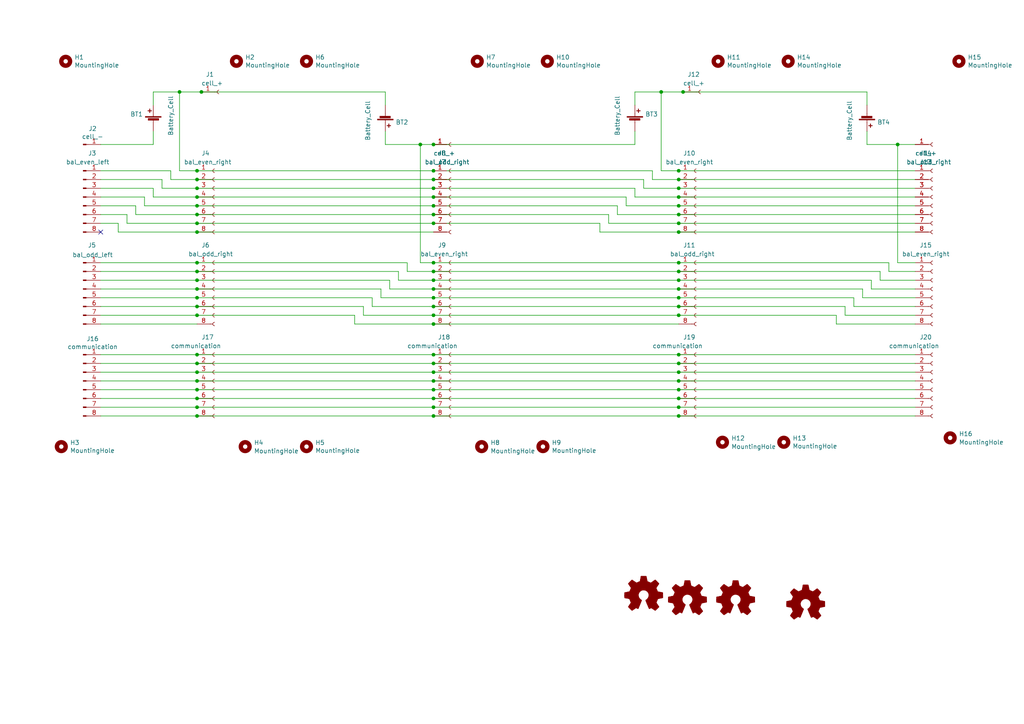
<source format=kicad_sch>
(kicad_sch (version 20230121) (generator eeschema)
  (paper "A4")
  (lib_symbols
    (symbol "Connector:Conn_01x01_Pin" (pin_names (offset 1.016) hide)
      (property "Reference" "J" (at 0 2.54 0))
      (property "Value" "Conn_01x01_Pin" (at 0 -2.54 0))
      (symbol "Conn_01x01_Pin_1_1"
        (polyline (pts (xy 1.27 0) (xy 0.8636 0)) (stroke (width 0.1524)))
        (rectangle (start 0.8636 0.127) (end 0 -0.127) (stroke (width 0.1524)) (fill (type outline)))
        (pin passive line (at 5.08 0 180) (length 3.81) (name "Pin_1") (number "1"))
      )
    )
    (symbol "Connector:Conn_01x01_Socket" (pin_names (offset 1.016) hide)
      (property "Reference" "J" (at 0 2.54 0))
      (property "Value" "Conn_01x01_Socket" (at 0 -2.54 0))
      (symbol "Conn_01x01_Socket_1_1"
        (polyline (pts (xy -1.27 0) (xy -0.508 0)) (stroke (width 0.1524)))
        (arc (start 0 0.508) (mid -0.5058 0) (end 0 -0.508) (stroke (width 0.1524)))
        (pin passive line (at -5.08 0 0) (length 3.81) (name "Pin_1") (number "1"))
      )
    )
    (symbol "Connector:Conn_01x08_Pin" (pin_names (offset 1.016) hide)
      (property "Reference" "J" (at 0 10.16 0))
      (property "Value" "Conn_01x08_Pin" (at 0 -12.7 0))
      (symbol "Conn_01x08_Pin_1_1"
        (polyline (pts (xy 1.27 -10.16) (xy 0.8636 -10.16)) (stroke (width 0.1524)))
        (polyline (pts (xy 1.27 -7.62) (xy 0.8636 -7.62)) (stroke (width 0.1524)))
        (polyline (pts (xy 1.27 -5.08) (xy 0.8636 -5.08)) (stroke (width 0.1524)))
        (polyline (pts (xy 1.27 -2.54) (xy 0.8636 -2.54)) (stroke (width 0.1524)))
        (polyline (pts (xy 1.27 0) (xy 0.8636 0)) (stroke (width 0.1524)))
        (polyline (pts (xy 1.27 2.54) (xy 0.8636 2.54)) (stroke (width 0.1524)))
        (polyline (pts (xy 1.27 5.08) (xy 0.8636 5.08)) (stroke (width 0.1524)))
        (polyline (pts (xy 1.27 7.62) (xy 0.8636 7.62)) (stroke (width 0.1524)))
        (rectangle (start 0.8636 -10.033) (end 0 -10.287) (stroke (width 0.1524)) (fill (type outline)))
        (rectangle (start 0.8636 -7.493) (end 0 -7.747) (stroke (width 0.1524)) (fill (type outline)))
        (rectangle (start 0.8636 -4.953) (end 0 -5.207) (stroke (width 0.1524)) (fill (type outline)))
        (rectangle (start 0.8636 -2.413) (end 0 -2.667) (stroke (width 0.1524)) (fill (type outline)))
        (rectangle (start 0.8636 0.127) (end 0 -0.127) (stroke (width 0.1524)) (fill (type outline)))
        (rectangle (start 0.8636 2.667) (end 0 2.413) (stroke (width 0.1524)) (fill (type outline)))
        (rectangle (start 0.8636 5.207) (end 0 4.953) (stroke (width 0.1524)) (fill (type outline)))
        (rectangle (start 0.8636 7.747) (end 0 7.493) (stroke (width 0.1524)) (fill (type outline)))
        (pin passive line (at 5.08 7.62 180) (length 3.81) (name "Pin_1") (number "1"))
        (pin passive line (at 5.08 5.08 180) (length 3.81) (name "Pin_2") (number "2"))
        (pin passive line (at 5.08 2.54 180) (length 3.81) (name "Pin_3") (number "3"))
        (pin passive line (at 5.08 0 180) (length 3.81) (name "Pin_4") (number "4"))
        (pin passive line (at 5.08 -2.54 180) (length 3.81) (name "Pin_5") (number "5"))
        (pin passive line (at 5.08 -5.08 180) (length 3.81) (name "Pin_6") (number "6"))
        (pin passive line (at 5.08 -7.62 180) (length 3.81) (name "Pin_7") (number "7"))
        (pin passive line (at 5.08 -10.16 180) (length 3.81) (name "Pin_8") (number "8"))
      )
    )
    (symbol "Connector:Conn_01x08_Socket" (pin_names (offset 1.016) hide)
      (property "Reference" "J" (at 0 10.16 0))
      (property "Value" "Conn_01x08_Socket" (at 0 -12.7 0))
      (symbol "Conn_01x08_Socket_1_1"
        (arc (start 0 -9.652) (mid -0.5058 -10.16) (end 0 -10.668) (stroke (width 0.1524)))
        (arc (start 0 -7.112) (mid -0.5058 -7.62) (end 0 -8.128) (stroke (width 0.1524)))
        (arc (start 0 -4.572) (mid -0.5058 -5.08) (end 0 -5.588) (stroke (width 0.1524)))
        (arc (start 0 -2.032) (mid -0.5058 -2.54) (end 0 -3.048) (stroke (width 0.1524)))
        (polyline (pts (xy -1.27 -10.16) (xy -0.508 -10.16)) (stroke (width 0.1524)))
        (polyline (pts (xy -1.27 -7.62) (xy -0.508 -7.62)) (stroke (width 0.1524)))
        (polyline (pts (xy -1.27 -5.08) (xy -0.508 -5.08)) (stroke (width 0.1524)))
        (polyline (pts (xy -1.27 -2.54) (xy -0.508 -2.54)) (stroke (width 0.1524)))
        (polyline (pts (xy -1.27 0) (xy -0.508 0)) (stroke (width 0.1524)))
        (polyline (pts (xy -1.27 2.54) (xy -0.508 2.54)) (stroke (width 0.1524)))
        (polyline (pts (xy -1.27 5.08) (xy -0.508 5.08)) (stroke (width 0.1524)))
        (polyline (pts (xy -1.27 7.62) (xy -0.508 7.62)) (stroke (width 0.1524)))
        (arc (start 0 0.508) (mid -0.5058 0) (end 0 -0.508) (stroke (width 0.1524)))
        (arc (start 0 3.048) (mid -0.5058 2.54) (end 0 2.032) (stroke (width 0.1524)))
        (arc (start 0 5.588) (mid -0.5058 5.08) (end 0 4.572) (stroke (width 0.1524)))
        (arc (start 0 8.128) (mid -0.5058 7.62) (end 0 7.112) (stroke (width 0.1524)))
        (pin passive line (at -5.08 7.62 0) (length 3.81) (name "Pin_1") (number "1"))
        (pin passive line (at -5.08 5.08 0) (length 3.81) (name "Pin_2") (number "2"))
        (pin passive line (at -5.08 2.54 0) (length 3.81) (name "Pin_3") (number "3"))
        (pin passive line (at -5.08 0 0) (length 3.81) (name "Pin_4") (number "4"))
        (pin passive line (at -5.08 -2.54 0) (length 3.81) (name "Pin_5") (number "5"))
        (pin passive line (at -5.08 -5.08 0) (length 3.81) (name "Pin_6") (number "6"))
        (pin passive line (at -5.08 -7.62 0) (length 3.81) (name "Pin_7") (number "7"))
        (pin passive line (at -5.08 -10.16 0) (length 3.81) (name "Pin_8") (number "8"))
      )
    )
    (symbol "Device:Battery_Cell" (pin_numbers hide) (pin_names (offset 0) hide)
      (property "Reference" "BT" (at 2.54 2.54 0))
      (property "Value" "Battery_Cell" (at 2.54 0 0))
      (symbol "Battery_Cell_0_1"
        (rectangle (start -2.286 1.778) (end 2.286 1.524) (fill (type outline)))
        (rectangle (start -1.5748 1.1938) (end 1.4732 0.6858) (fill (type outline)))
        (polyline (pts (xy 0 0.762) (xy 0 0)))
        (polyline (pts (xy 0 1.778) (xy 0 2.54)))
        (polyline (pts (xy 0.508 3.429) (xy 1.524 3.429)) (stroke (width 0.254)))
        (polyline (pts (xy 1.016 3.937) (xy 1.016 2.921)) (stroke (width 0.254)))
      )
      (symbol "Battery_Cell_1_1"
        (pin passive line (at 0 5.08 270) (length 2.54) (name "+") (number "1"))
        (pin passive line (at 0 -2.54 90) (length 2.54) (name "-") (number "2"))
      )
    )
    (symbol "Graphic:Logo_Open_Hardware_Small" (in_bom no) (on_board no)
      (symbol "Logo_Open_Hardware_Small_0_1"
        (polyline (pts (xy 3.3528 -4.3434) (xy 3.302 -4.318) (xy 3.175 -4.2418) (xy 2.9972 -4.1148) (xy 2.7686 -3.9624) (xy 2.54 -3.81) (xy 2.3622 -3.7084) (xy 2.2352 -3.6068) (xy 2.1844 -3.5814) (xy 2.159 -3.6068) (xy 2.0574 -3.6576) (xy 1.905 -3.7338) (xy 1.8034 -3.7846) (xy 1.6764 -3.8354) (xy 1.6002 -3.8354) (xy 1.6002 -3.8354) (xy 1.5494 -3.7338) (xy 1.4732 -3.5306) (xy 1.3462 -3.302) (xy 1.2446 -3.0226) (xy 1.1176 -2.7178) (xy 0.9652 -2.413) (xy 0.8636 -2.1082) (xy 0.7366 -1.8288) (xy 0.6604 -1.6256) (xy 0.6096 -1.4732) (xy 0.5842 -1.397) (xy 0.5842 -1.397) (xy 0.6604 -1.3208) (xy 0.7874 -1.2446) (xy 1.0414 -1.016) (xy 1.2954 -0.6858) (xy 1.4478 -0.3302) (xy 1.524 0.0762) (xy 1.4732 0.4572) (xy 1.3208 0.8128) (xy 1.0668 1.143) (xy 0.762 1.3716) (xy 0.4064 1.524) (xy 0 1.5748) (xy -0.381 1.5494) (xy -0.7366 1.397) (xy -1.0668 1.143) (xy -1.2192 0.9906) (xy -1.397 0.6604) (xy -1.524 0.3048) (xy -1.524 0.2286) (xy -1.4986 -0.1778) (xy -1.397 -0.5334) (xy -1.1938 -0.8636) (xy -0.9144 -1.143) (xy -0.8636 -1.1684) (xy -0.7366 -1.27) (xy -0.635 -1.3462) (xy -0.5842 -1.397) (xy -1.0668 -2.5908) (xy -1.143 -2.794) (xy -1.2954 -3.1242) (xy -1.397 -3.4036) (xy -1.4986 -3.6322) (xy -1.5748 -3.7846) (xy -1.6002 -3.8354) (xy -1.6002 -3.8354) (xy -1.651 -3.8354) (xy -1.7272 -3.81) (xy -1.905 -3.7338) (xy -2.0066 -3.683) (xy -2.1336 -3.6068) (xy -2.2098 -3.5814) (xy -2.2606 -3.6068) (xy -2.3622 -3.683) (xy -2.54 -3.81) (xy -2.7686 -3.9624) (xy -2.9718 -4.0894) (xy -3.1496 -4.2164) (xy -3.302 -4.318) (xy -3.3528 -4.3434) (xy -3.3782 -4.3434) (xy -3.429 -4.318) (xy -3.5306 -4.2164) (xy -3.7084 -4.064) (xy -3.937 -3.8354) (xy -3.9624 -3.81) (xy -4.1656 -3.6068) (xy -4.318 -3.4544) (xy -4.4196 -3.3274) (xy -4.445 -3.2766) (xy -4.445 -3.2766) (xy -4.4196 -3.2258) (xy -4.318 -3.0734) (xy -4.2164 -2.8956) (xy -4.064 -2.667) (xy -3.6576 -2.0828) (xy -3.8862 -1.5494) (xy -3.937 -1.3716) (xy -4.0386 -1.1684) (xy -4.0894 -1.0414) (xy -4.1148 -0.9652) (xy -4.191 -0.9398) (xy -4.318 -0.9144) (xy -4.5466 -0.8636) (xy -4.8006 -0.8128) (xy -5.0546 -0.7874) (xy -5.2578 -0.7366) (xy -5.4356 -0.7112) (xy -5.5118 -0.6858) (xy -5.5118 -0.6858) (xy -5.5372 -0.635) (xy -5.5372 -0.5588) (xy -5.5372 -0.4318) (xy -5.5626 -0.2286) (xy -5.5626 0.0762) (xy -5.5626 0.127) (xy -5.5372 0.4064) (xy -5.5372 0.635) (xy -5.5372 0.762) (xy -5.5372 0.8382) (xy -5.5372 0.8382) (xy -5.461 0.8382) (xy -5.3086 0.889) (xy -5.08 0.9144) (xy -4.826 0.9652) (xy -4.8006 0.9906) (xy -4.5466 1.0414) (xy -4.318 1.0668) (xy -4.1656 1.1176) (xy -4.0894 1.143) (xy -4.0894 1.143) (xy -4.0386 1.2446) (xy -3.9624 1.4224) (xy -3.8608 1.6256) (xy -3.7846 1.8288) (xy -3.7084 2.0066) (xy -3.6576 2.159) (xy -3.6322 2.2098) (xy -3.6322 2.2098) (xy -3.683 2.286) (xy -3.7592 2.413) (xy -3.8862 2.5908) (xy -4.064 2.8194) (xy -4.064 2.8448) (xy -4.2164 3.0734) (xy -4.3434 3.2512) (xy -4.4196 3.3782) (xy -4.445 3.4544) (xy -4.445 3.4544) (xy -4.3942 3.5052) (xy -4.2926 3.6322) (xy -4.1148 3.81) (xy -3.937 4.0132) (xy -3.8608 4.064) (xy -3.6576 4.2926) (xy -3.5052 4.4196) (xy -3.4036 4.4958) (xy -3.3528 4.5212) (xy -3.3528 4.5212) (xy -3.302 4.4704) (xy -3.1496 4.3688) (xy -2.9718 4.2418) (xy -2.7432 4.0894) (xy -2.7178 4.0894) (xy -2.4892 3.937) (xy -2.3114 3.81) (xy -2.1844 3.7084) (xy -2.1336 3.683) (xy -2.1082 3.683) (xy -2.032 3.7084) (xy -1.8542 3.7592) (xy -1.6764 3.8354) (xy -1.4732 3.937) (xy -1.27 4.0132) (xy -1.143 4.064) (xy -1.0668 4.1148) (xy -1.0668 4.1148) (xy -1.0414 4.191) (xy -1.016 4.3434) (xy -0.9652 4.572) (xy -0.9144 4.8514) (xy -0.889 4.9022) (xy -0.8382 5.1562) (xy -0.8128 5.3848) (xy -0.7874 5.5372) (xy -0.762 5.588) (xy -0.7112 5.6134) (xy -0.5842 5.6134) (xy -0.4064 5.6134) (xy -0.1524 5.6134) (xy 0.0762 5.6134) (xy 0.3302 5.6134) (xy 0.5334 5.6134) (xy 0.6858 5.588) (xy 0.7366 5.588) (xy 0.7366 5.588) (xy 0.762 5.5118) (xy 0.8128 5.334) (xy 0.8382 5.1054) (xy 0.9144 4.826) (xy 0.9144 4.7752) (xy 0.9652 4.5212) (xy 1.016 4.2926) (xy 1.0414 4.1402) (xy 1.0668 4.0894) (xy 1.0668 4.0894) (xy 1.1938 4.0386) (xy 1.3716 3.9624) (xy 1.5748 3.8608) (xy 2.0828 3.6576) (xy 2.7178 4.0894) (xy 2.7686 4.1402) (xy 2.9972 4.2926) (xy 3.175 4.4196) (xy 3.302 4.4958) (xy 3.3782 4.5212) (xy 3.3782 4.5212) (xy 3.429 4.4704) (xy 3.556 4.3434) (xy 3.7338 4.191) (xy 3.9116 3.9878) (xy 4.064 3.8354) (xy 4.2418 3.6576) (xy 4.3434 3.556) (xy 4.4196 3.4798) (xy 4.4196 3.429) (xy 4.4196 3.4036) (xy 4.3942 3.3274) (xy 4.2926 3.2004) (xy 4.1656 2.9972) (xy 4.0132 2.794) (xy 3.8862 2.5908) (xy 3.7592 2.3876) (xy 3.6576 2.2352) (xy 3.6322 2.159) (xy 3.6322 2.1336) (xy 3.683 2.0066) (xy 3.7592 1.8288) (xy 3.8608 1.6002) (xy 4.064 1.1176) (xy 4.3942 1.0414) (xy 4.5974 1.016) (xy 4.8768 0.9652) (xy 5.1308 0.9144) (xy 5.5372 0.8382) (xy 5.5626 -0.6604) (xy 5.4864 -0.6858) (xy 5.4356 -0.6858) (xy 5.2832 -0.7366) (xy 5.0546 -0.762) (xy 4.8006 -0.8128) (xy 4.5974 -0.8636) (xy 4.3688 -0.9144) (xy 4.2164 -0.9398) (xy 4.1402 -0.9398) (xy 4.1148 -0.9652) (xy 4.064 -1.0668) (xy 3.9878 -1.2446) (xy 3.9116 -1.4478) (xy 3.81 -1.651) (xy 3.7338 -1.8542) (xy 3.683 -2.0066) (xy 3.6576 -2.0828) (xy 3.683 -2.1336) (xy 3.7846 -2.2606) (xy 3.8862 -2.4638) (xy 4.0386 -2.667) (xy 4.191 -2.8956) (xy 4.318 -3.0734) (xy 4.3942 -3.2004) (xy 4.445 -3.2766) (xy 4.4196 -3.3274) (xy 4.3434 -3.429) (xy 4.1656 -3.5814) (xy 3.937 -3.8354) (xy 3.8862 -3.8608) (xy 3.683 -4.064) (xy 3.5306 -4.2164) (xy 3.4036 -4.318) (xy 3.3528 -4.3434)) (fill (type outline)))
      )
    )
    (symbol "Mechanical:MountingHole" (pin_names (offset 1.016))
      (property "Reference" "H" (at 0 5.08 0))
      (property "Value" "MountingHole" (at 0 3.175 0))
      (symbol "MountingHole_0_1"
        (circle (center 0 0) (radius 1.27) (stroke (width 1.27)))
      )
    )
  )
  (junction (at 196.85 67.31))
  (junction (at 57.15 57.15))
  (junction (at 125.73 59.69))
  (junction (at 125.73 120.65))
  (junction (at 57.15 59.69))
  (junction (at 57.15 86.36))
  (junction (at 125.73 62.23))
  (junction (at 125.73 52.07))
  (junction (at 57.15 110.49))
  (junction (at 57.15 107.95))
  (junction (at 196.85 81.28))
  (junction (at 196.85 59.69))
  (junction (at 121.92 41.91))
  (junction (at 196.85 118.11))
  (junction (at 57.15 91.44))
  (junction (at 125.73 64.77))
  (junction (at 196.85 91.44))
  (junction (at 196.85 86.36))
  (junction (at 125.73 41.91))
  (junction (at 125.73 115.57))
  (junction (at 125.73 54.61))
  (junction (at 125.73 102.87))
  (junction (at 125.73 88.9))
  (junction (at 196.85 62.23))
  (junction (at 196.85 115.57))
  (junction (at 57.15 67.31))
  (junction (at 196.85 110.49))
  (junction (at 196.85 64.77))
  (junction (at 57.15 54.61))
  (junction (at 196.85 54.61))
  (junction (at 125.73 113.03))
  (junction (at 125.73 105.41))
  (junction (at 196.85 107.95))
  (junction (at 57.15 62.23))
  (junction (at 125.73 57.15))
  (junction (at 125.73 76.2))
  (junction (at 125.73 110.49))
  (junction (at 57.15 118.11))
  (junction (at 125.73 91.44))
  (junction (at 196.85 57.15))
  (junction (at 125.73 118.11))
  (junction (at 196.85 83.82))
  (junction (at 198.12 26.67))
  (junction (at 57.15 81.28))
  (junction (at 125.73 78.74))
  (junction (at 196.85 52.07))
  (junction (at 125.73 93.98))
  (junction (at 196.85 76.2))
  (junction (at 125.73 49.53))
  (junction (at 196.85 78.74))
  (junction (at 57.15 88.9))
  (junction (at 196.85 120.65))
  (junction (at 57.15 105.41))
  (junction (at 260.35 41.91))
  (junction (at 196.85 88.9))
  (junction (at 57.15 83.82))
  (junction (at 125.73 107.95))
  (junction (at 57.15 49.53))
  (junction (at 196.85 113.03))
  (junction (at 191.77 26.67))
  (junction (at 57.15 113.03))
  (junction (at 57.15 102.87))
  (junction (at 57.15 120.65))
  (junction (at 196.85 49.53))
  (junction (at 57.15 78.74))
  (junction (at 57.15 52.07))
  (junction (at 196.85 105.41))
  (junction (at 57.15 115.57))
  (junction (at 52.07 26.67))
  (junction (at 125.73 83.82))
  (junction (at 196.85 102.87))
  (junction (at 125.73 81.28))
  (junction (at 58.42 26.67))
  (junction (at 57.15 64.77))
  (junction (at 125.73 86.36))
  (junction (at 57.15 76.2))
  (no_connect (at 29.21 67.31))
  (wire (pts (xy 118.11 78.74) (xy 125.73 78.74)))
  (wire (pts (xy 196.85 110.49) (xy 125.73 110.49)))
  (wire (pts (xy 265.43 115.57) (xy 196.85 115.57)))
  (wire (pts (xy 186.69 54.61) (xy 196.85 54.61)))
  (wire (pts (xy 29.21 83.82) (xy 57.15 83.82)))
  (wire (pts (xy 198.12 26.67) (xy 251.46 26.67)))
  (wire (pts (xy 44.45 41.91) (xy 44.45 38.1)))
  (wire (pts (xy 111.76 38.1) (xy 111.76 41.91)))
  (wire (pts (xy 115.57 81.28) (xy 125.73 81.28)))
  (wire (pts (xy 57.15 115.57) (xy 29.21 115.57)))
  (wire (pts (xy 29.21 102.87) (xy 57.15 102.87)))
  (wire (pts (xy 49.53 52.07) (xy 57.15 52.07)))
  (wire (pts (xy 176.53 62.23) (xy 176.53 64.77)))
  (wire (pts (xy 111.76 41.91) (xy 121.92 41.91)))
  (wire (pts (xy 125.73 62.23) (xy 176.53 62.23)))
  (wire (pts (xy 110.49 83.82) (xy 110.49 86.36)))
  (wire (pts (xy 196.85 57.15) (xy 265.43 57.15)))
  (wire (pts (xy 125.73 49.53) (xy 189.23 49.53)))
  (wire (pts (xy 196.85 115.57) (xy 125.73 115.57)))
  (wire (pts (xy 196.85 113.03) (xy 265.43 113.03)))
  (wire (pts (xy 196.85 105.41) (xy 125.73 105.41)))
  (wire (pts (xy 121.92 41.91) (xy 125.73 41.91)))
  (wire (pts (xy 125.73 81.28) (xy 196.85 81.28)))
  (wire (pts (xy 29.21 76.2) (xy 57.15 76.2)))
  (wire (pts (xy 29.21 86.36) (xy 57.15 86.36)))
  (wire (pts (xy 41.91 57.15) (xy 41.91 59.69)))
  (wire (pts (xy 29.21 64.77) (xy 34.29 64.77)))
  (wire (pts (xy 115.57 78.74) (xy 115.57 81.28)))
  (wire (pts (xy 191.77 26.67) (xy 198.12 26.67)))
  (wire (pts (xy 196.85 67.31) (xy 265.43 67.31)))
  (wire (pts (xy 58.42 26.67) (xy 111.76 26.67)))
  (wire (pts (xy 57.15 86.36) (xy 107.95 86.36)))
  (wire (pts (xy 179.07 62.23) (xy 196.85 62.23)))
  (wire (pts (xy 102.87 93.98) (xy 125.73 93.98)))
  (wire (pts (xy 196.85 59.69) (xy 265.43 59.69)))
  (wire (pts (xy 57.15 113.03) (xy 125.73 113.03)))
  (wire (pts (xy 29.21 93.98) (xy 57.15 93.98)))
  (wire (pts (xy 125.73 76.2) (xy 121.92 76.2)))
  (wire (pts (xy 57.15 102.87) (xy 125.73 102.87)))
  (wire (pts (xy 196.85 52.07) (xy 265.43 52.07)))
  (wire (pts (xy 260.35 41.91) (xy 265.43 41.91)))
  (wire (pts (xy 125.73 110.49) (xy 57.15 110.49)))
  (wire (pts (xy 29.21 118.11) (xy 57.15 118.11)))
  (wire (pts (xy 29.21 78.74) (xy 57.15 78.74)))
  (wire (pts (xy 44.45 57.15) (xy 57.15 57.15)))
  (wire (pts (xy 110.49 86.36) (xy 125.73 86.36)))
  (wire (pts (xy 186.69 52.07) (xy 186.69 54.61)))
  (wire (pts (xy 118.11 76.2) (xy 118.11 78.74)))
  (wire (pts (xy 105.41 91.44) (xy 125.73 91.44)))
  (wire (pts (xy 49.53 49.53) (xy 49.53 52.07)))
  (wire (pts (xy 36.83 64.77) (xy 57.15 64.77)))
  (wire (pts (xy 265.43 110.49) (xy 196.85 110.49)))
  (wire (pts (xy 125.73 120.65) (xy 57.15 120.65)))
  (wire (pts (xy 34.29 67.31) (xy 57.15 67.31)))
  (wire (pts (xy 257.81 78.74) (xy 265.43 78.74)))
  (wire (pts (xy 247.65 86.36) (xy 247.65 88.9)))
  (wire (pts (xy 125.73 91.44) (xy 196.85 91.44)))
  (wire (pts (xy 265.43 105.41) (xy 196.85 105.41)))
  (wire (pts (xy 196.85 54.61) (xy 265.43 54.61)))
  (wire (pts (xy 250.19 86.36) (xy 265.43 86.36)))
  (wire (pts (xy 181.61 57.15) (xy 181.61 59.69)))
  (wire (pts (xy 196.85 91.44) (xy 242.57 91.44)))
  (wire (pts (xy 29.21 57.15) (xy 41.91 57.15)))
  (wire (pts (xy 29.21 49.53) (xy 49.53 49.53)))
  (wire (pts (xy 29.21 41.91) (xy 44.45 41.91)))
  (wire (pts (xy 57.15 83.82) (xy 110.49 83.82)))
  (wire (pts (xy 105.41 88.9) (xy 105.41 91.44)))
  (wire (pts (xy 252.73 83.82) (xy 265.43 83.82)))
  (wire (pts (xy 36.83 62.23) (xy 36.83 64.77)))
  (wire (pts (xy 250.19 83.82) (xy 250.19 86.36)))
  (wire (pts (xy 29.21 88.9) (xy 57.15 88.9)))
  (wire (pts (xy 255.27 78.74) (xy 255.27 81.28)))
  (wire (pts (xy 57.15 81.28) (xy 113.03 81.28)))
  (wire (pts (xy 57.15 120.65) (xy 29.21 120.65)))
  (wire (pts (xy 52.07 49.53) (xy 52.07 26.67)))
  (wire (pts (xy 184.15 41.91) (xy 184.15 38.1)))
  (wire (pts (xy 125.73 88.9) (xy 196.85 88.9)))
  (wire (pts (xy 102.87 91.44) (xy 102.87 93.98)))
  (wire (pts (xy 39.37 59.69) (xy 39.37 62.23)))
  (wire (pts (xy 125.73 118.11) (xy 196.85 118.11)))
  (wire (pts (xy 57.15 54.61) (xy 125.73 54.61)))
  (wire (pts (xy 57.15 118.11) (xy 125.73 118.11)))
  (wire (pts (xy 196.85 49.53) (xy 265.43 49.53)))
  (wire (pts (xy 125.73 93.98) (xy 196.85 93.98)))
  (wire (pts (xy 196.85 86.36) (xy 247.65 86.36)))
  (wire (pts (xy 125.73 78.74) (xy 196.85 78.74)))
  (wire (pts (xy 44.45 30.48) (xy 44.45 26.67)))
  (wire (pts (xy 57.15 57.15) (xy 125.73 57.15)))
  (wire (pts (xy 196.85 118.11) (xy 265.43 118.11)))
  (wire (pts (xy 255.27 81.28) (xy 265.43 81.28)))
  (wire (pts (xy 251.46 26.67) (xy 251.46 30.48)))
  (wire (pts (xy 46.99 52.07) (xy 46.99 54.61)))
  (wire (pts (xy 196.85 120.65) (xy 125.73 120.65)))
  (wire (pts (xy 29.21 81.28) (xy 57.15 81.28)))
  (wire (pts (xy 196.85 102.87) (xy 265.43 102.87)))
  (wire (pts (xy 57.15 110.49) (xy 29.21 110.49)))
  (wire (pts (xy 242.57 91.44) (xy 242.57 93.98)))
  (wire (pts (xy 125.73 107.95) (xy 196.85 107.95)))
  (wire (pts (xy 44.45 26.67) (xy 52.07 26.67)))
  (wire (pts (xy 179.07 59.69) (xy 179.07 62.23)))
  (wire (pts (xy 260.35 76.2) (xy 260.35 41.91)))
  (wire (pts (xy 52.07 49.53) (xy 57.15 49.53)))
  (wire (pts (xy 125.73 54.61) (xy 184.15 54.61)))
  (wire (pts (xy 29.21 107.95) (xy 57.15 107.95)))
  (wire (pts (xy 57.15 64.77) (xy 125.73 64.77)))
  (wire (pts (xy 196.85 81.28) (xy 252.73 81.28)))
  (wire (pts (xy 57.15 91.44) (xy 102.87 91.44)))
  (wire (pts (xy 125.73 41.91) (xy 184.15 41.91)))
  (wire (pts (xy 181.61 59.69) (xy 196.85 59.69)))
  (wire (pts (xy 125.73 105.41) (xy 57.15 105.41)))
  (wire (pts (xy 191.77 49.53) (xy 191.77 26.67)))
  (wire (pts (xy 57.15 62.23) (xy 125.73 62.23)))
  (wire (pts (xy 245.11 88.9) (xy 245.11 91.44)))
  (wire (pts (xy 57.15 59.69) (xy 125.73 59.69)))
  (wire (pts (xy 191.77 49.53) (xy 196.85 49.53)))
  (wire (pts (xy 125.73 115.57) (xy 57.15 115.57)))
  (wire (pts (xy 125.73 59.69) (xy 179.07 59.69)))
  (wire (pts (xy 196.85 88.9) (xy 245.11 88.9)))
  (wire (pts (xy 196.85 83.82) (xy 250.19 83.82)))
  (wire (pts (xy 113.03 81.28) (xy 113.03 83.82)))
  (wire (pts (xy 257.81 76.2) (xy 257.81 78.74)))
  (wire (pts (xy 196.85 64.77) (xy 265.43 64.77)))
  (wire (pts (xy 265.43 76.2) (xy 260.35 76.2)))
  (wire (pts (xy 107.95 86.36) (xy 107.95 88.9)))
  (wire (pts (xy 57.15 105.41) (xy 29.21 105.41)))
  (wire (pts (xy 247.65 88.9) (xy 265.43 88.9)))
  (wire (pts (xy 111.76 26.67) (xy 111.76 30.48)))
  (wire (pts (xy 29.21 59.69) (xy 39.37 59.69)))
  (wire (pts (xy 29.21 52.07) (xy 46.99 52.07)))
  (wire (pts (xy 196.85 107.95) (xy 265.43 107.95)))
  (wire (pts (xy 184.15 57.15) (xy 196.85 57.15)))
  (wire (pts (xy 184.15 54.61) (xy 184.15 57.15)))
  (wire (pts (xy 44.45 54.61) (xy 44.45 57.15)))
  (wire (pts (xy 29.21 91.44) (xy 57.15 91.44)))
  (wire (pts (xy 125.73 83.82) (xy 196.85 83.82)))
  (wire (pts (xy 125.73 113.03) (xy 196.85 113.03)))
  (wire (pts (xy 196.85 76.2) (xy 257.81 76.2)))
  (wire (pts (xy 265.43 120.65) (xy 196.85 120.65)))
  (wire (pts (xy 125.73 76.2) (xy 196.85 76.2)))
  (wire (pts (xy 29.21 113.03) (xy 57.15 113.03)))
  (wire (pts (xy 176.53 64.77) (xy 196.85 64.77)))
  (wire (pts (xy 41.91 59.69) (xy 57.15 59.69)))
  (wire (pts (xy 39.37 62.23) (xy 57.15 62.23)))
  (wire (pts (xy 173.99 64.77) (xy 173.99 67.31)))
  (wire (pts (xy 29.21 54.61) (xy 44.45 54.61)))
  (wire (pts (xy 107.95 88.9) (xy 125.73 88.9)))
  (wire (pts (xy 57.15 76.2) (xy 118.11 76.2)))
  (wire (pts (xy 260.35 41.91) (xy 251.46 41.91)))
  (wire (pts (xy 57.15 107.95) (xy 125.73 107.95)))
  (wire (pts (xy 251.46 38.1) (xy 251.46 41.91)))
  (wire (pts (xy 46.99 54.61) (xy 57.15 54.61)))
  (wire (pts (xy 121.92 76.2) (xy 121.92 41.91)))
  (wire (pts (xy 242.57 93.98) (xy 265.43 93.98)))
  (wire (pts (xy 189.23 52.07) (xy 196.85 52.07)))
  (wire (pts (xy 34.29 64.77) (xy 34.29 67.31)))
  (wire (pts (xy 57.15 78.74) (xy 115.57 78.74)))
  (wire (pts (xy 57.15 67.31) (xy 125.73 67.31)))
  (wire (pts (xy 245.11 91.44) (xy 265.43 91.44)))
  (wire (pts (xy 173.99 67.31) (xy 196.85 67.31)))
  (wire (pts (xy 184.15 30.48) (xy 184.15 26.67)))
  (wire (pts (xy 57.15 88.9) (xy 105.41 88.9)))
  (wire (pts (xy 57.15 49.53) (xy 125.73 49.53)))
  (wire (pts (xy 125.73 57.15) (xy 181.61 57.15)))
  (wire (pts (xy 125.73 102.87) (xy 196.85 102.87)))
  (wire (pts (xy 29.21 62.23) (xy 36.83 62.23)))
  (wire (pts (xy 125.73 86.36) (xy 196.85 86.36)))
  (wire (pts (xy 52.07 26.67) (xy 58.42 26.67)))
  (wire (pts (xy 57.15 52.07) (xy 125.73 52.07)))
  (wire (pts (xy 125.73 64.77) (xy 173.99 64.77)))
  (wire (pts (xy 196.85 62.23) (xy 265.43 62.23)))
  (wire (pts (xy 125.73 52.07) (xy 186.69 52.07)))
  (wire (pts (xy 252.73 81.28) (xy 252.73 83.82)))
  (wire (pts (xy 184.15 26.67) (xy 191.77 26.67)))
  (wire (pts (xy 196.85 78.74) (xy 255.27 78.74)))
  (wire (pts (xy 113.03 83.82) (xy 125.73 83.82)))
  (wire (pts (xy 189.23 49.53) (xy 189.23 52.07)))
  (symbol (lib_id "Connector:Conn_01x08_Socket") (at 62.23 57.15 0) (unit 1)
    (property "Reference" "J4" (at 58.42 44.45 0) (effects (justify left)))
    (property "Value" "bal_even_right" (at 53.34 46.99 0) (effects (justify left)))
    (property "Footprint" "telec:Castellated_1x08_P2.54mm" (effects hide))
  )
  (symbol (lib_id "Connector:Conn_01x08_Pin") (at 24.13 57.15 0) (unit 1)
    (property "Reference" "J3" (at 27.94 44.45 0) (effects (justify right)))
    (property "Value" "bal_even_left" (at 31.75 46.99 0) (effects (justify right)))
    (property "Footprint" "telec:Castellated_1x08_P2.54mm" (effects hide))
  )
  (symbol (lib_id "Connector:Conn_01x08_Socket") (at 62.23 83.82 0) (unit 1)
    (property "Reference" "J6" (at 58.42 71.12 0) (effects (justify left)))
    (property "Value" "bal_odd_right" (at 54.61 73.66 0) (effects (justify left)))
    (property "Footprint" "telec:Castellated_1x08_P2.54mm" (effects hide))
  )
  (symbol (lib_id "Connector:Conn_01x08_Pin") (at 24.13 83.82 0) (unit 1)
    (property "Reference" "J5" (at 26.67 71.12 0))
    (property "Value" "bal_odd_left" (at 26.8732 73.914 0))
    (property "Footprint" "telec:Castellated_1x08_P2.54mm" (effects hide))
  )
  (symbol (lib_id "Connector:Conn_01x01_Socket") (at 63.5 26.67 0) (unit 1)
    (property "Reference" "J1" (at 59.69 21.59 0) (effects (justify left)))
    (property "Value" "cell_+" (at 58.42 24.13 0) (effects (justify left)))
    (property "Footprint" "telec:Castellated_1x01_P5.08mm_Triple" (effects hide))
  )
  (symbol (lib_id "Connector:Conn_01x01_Pin") (at 24.13 41.91 0) (unit 1)
    (property "Reference" "J2" (at 26.8732 37.3126 0))
    (property "Value" "cell_-" (at 26.8732 39.624 0))
    (property "Footprint" "telec:Castellated_1x01_P5.08mm_Double" (effects hide))
  )
  (symbol (lib_id "Mechanical:MountingHole") (at 19.05 17.78 0) (unit 1)
    (property "Reference" "H1" (at 21.59 16.6116 0) (effects (justify left)))
    (property "Value" "MountingHole" (at 21.59 18.923 0) (effects (justify left)))
    (property "Footprint" "MountingHole:MountingHole_2mm" (effects hide))
  )
  (symbol (lib_id "Mechanical:MountingHole") (at 68.58 17.78 0) (unit 1)
    (property "Reference" "H2" (at 71.12 16.6116 0) (effects (justify left)))
    (property "Value" "MountingHole" (at 71.12 18.923 0) (effects (justify left)))
    (property "Footprint" "MountingHole:MountingHole_2mm" (effects hide))
  )
  (symbol (lib_id "Mechanical:MountingHole") (at 17.78 129.54 0) (unit 1)
    (property "Reference" "H3" (at 20.32 128.3716 0) (effects (justify left)))
    (property "Value" "MountingHole" (at 20.32 130.683 0) (effects (justify left)))
    (property "Footprint" "MountingHole:MountingHole_2mm" (effects hide))
  )
  (symbol (lib_id "Mechanical:MountingHole") (at 71.12 129.54 0) (unit 1)
    (property "Reference" "H4" (at 73.66 128.3716 0) (effects (justify left)))
    (property "Value" "MountingHole" (at 73.66 130.81 0) (effects (justify left)))
    (property "Footprint" "MountingHole:MountingHole_2mm" (effects hide))
  )
  (symbol (lib_id "Device:Battery_Cell") (at 111.76 33.02 0) (mirror x) (unit 1)
    (property "Reference" "BT2" (at 114.7572 35.4584 0) (effects (justify left)))
    (property "Value" "Battery_Cell" (at 106.68 29.21 90) (effects (justify left)))
    (property "Footprint" "telec:Cell_18650" (effects hide))
  )
  (symbol (lib_id "Connector:Conn_01x08_Socket") (at 130.81 83.82 0) (unit 1)
    (property "Reference" "J9" (at 127 71.12 0) (effects (justify left)))
    (property "Value" "bal_even_right" (at 121.92 73.66 0) (effects (justify left)))
    (property "Footprint" "telec:Castellated_1x08_P2.54mm" (effects hide))
  )
  (symbol (lib_id "Connector:Conn_01x08_Socket") (at 130.81 57.15 0) (unit 1)
    (property "Reference" "J8" (at 127 44.45 0) (effects (justify left)))
    (property "Value" "bal_odd_right" (at 123.19 46.99 0) (effects (justify left)))
    (property "Footprint" "telec:Castellated_1x08_P2.54mm" (effects hide))
  )
  (symbol (lib_id "Connector:Conn_01x01_Socket") (at 130.81 41.91 0) (mirror x) (unit 1)
    (property "Reference" "J7" (at 127 46.99 0) (effects (justify left)))
    (property "Value" "cell_+" (at 125.73 44.45 0) (effects (justify left)))
    (property "Footprint" "telec:Castellated_1x01_P5.08mm_Triple" (effects hide))
  )
  (symbol (lib_id "Mechanical:MountingHole") (at 88.9 17.78 0) (unit 1)
    (property "Reference" "H6" (at 91.44 16.6116 0) (effects (justify left)))
    (property "Value" "MountingHole" (at 91.44 18.923 0) (effects (justify left)))
    (property "Footprint" "MountingHole:MountingHole_2mm" (effects hide))
  )
  (symbol (lib_id "Mechanical:MountingHole") (at 138.43 17.78 0) (unit 1)
    (property "Reference" "H7" (at 140.97 16.6116 0) (effects (justify left)))
    (property "Value" "MountingHole" (at 140.97 18.923 0) (effects (justify left)))
    (property "Footprint" "MountingHole:MountingHole_2mm" (effects hide))
  )
  (symbol (lib_id "Mechanical:MountingHole") (at 88.9 129.54 0) (unit 1)
    (property "Reference" "H5" (at 91.44 128.3716 0) (effects (justify left)))
    (property "Value" "MountingHole" (at 91.44 130.683 0) (effects (justify left)))
    (property "Footprint" "MountingHole:MountingHole_2mm" (effects hide))
  )
  (symbol (lib_id "Mechanical:MountingHole") (at 139.7 129.54 0) (unit 1)
    (property "Reference" "H8" (at 142.24 128.3716 0) (effects (justify left)))
    (property "Value" "MountingHole" (at 142.24 130.81 0) (effects (justify left)))
    (property "Footprint" "MountingHole:MountingHole_2mm" (effects hide))
  )
  (symbol (lib_id "Connector:Conn_01x08_Pin") (at 24.13 110.49 0) (unit 1)
    (property "Reference" "J16" (at 26.8732 98.2726 0))
    (property "Value" "communication" (at 26.8732 100.584 0))
    (property "Footprint" "telec:DualSide_2x05_P1.27mm_Vertical_SMD" (effects hide))
  )
  (symbol (lib_id "Connector:Conn_01x08_Socket") (at 62.23 110.49 0) (unit 1)
    (property "Reference" "J17" (at 58.42 97.79 0) (effects (justify left)))
    (property "Value" "communication" (at 49.53 100.33 0) (effects (justify left)))
    (property "Footprint" "telec:DualSide_2x05_P1.27mm_Vertical_SMD" (effects hide))
  )
  (symbol (lib_id "Connector:Conn_01x08_Socket") (at 130.81 110.49 0) (unit 1)
    (property "Reference" "J18" (at 127 97.79 0) (effects (justify left)))
    (property "Value" "communication" (at 118.11 100.33 0) (effects (justify left)))
    (property "Footprint" "telec:DualSide_2x05_P1.27mm_Vertical_SMD" (effects hide))
  )
  (symbol (lib_id "Connector:Conn_01x08_Socket") (at 201.93 110.49 0) (unit 1)
    (property "Reference" "J19" (at 198.12 97.79 0) (effects (justify left)))
    (property "Value" "communication" (at 189.23 100.33 0) (effects (justify left)))
    (property "Footprint" "telec:DualSide_2x05_P1.27mm_Vertical_SMD" (effects hide))
  )
  (symbol (lib_id "Connector:Conn_01x08_Socket") (at 270.51 110.49 0) (unit 1)
    (property "Reference" "J20" (at 266.7 97.79 0) (effects (justify left)))
    (property "Value" "communication" (at 257.81 100.33 0) (effects (justify left)))
    (property "Footprint" "telec:DualSide_2x05_P1.27mm_Vertical_SMD" (effects hide))
  )
  (symbol (lib_id "Device:Battery_Cell") (at 184.15 35.56 0) (unit 1)
    (property "Reference" "BT3" (at 187.1472 33.1216 0) (effects (justify left)))
    (property "Value" "Battery_Cell" (at 179.07 39.37 90) (effects (justify left)))
    (property "Footprint" "telec:Cell_18650" (effects hide))
  )
  (symbol (lib_id "Connector:Conn_01x08_Socket") (at 201.93 57.15 0) (unit 1)
    (property "Reference" "J10" (at 198.12 44.45 0) (effects (justify left)))
    (property "Value" "bal_even_right" (at 193.04 46.99 0) (effects (justify left)))
    (property "Footprint" "telec:Castellated_1x08_P2.54mm" (effects hide))
  )
  (symbol (lib_id "Connector:Conn_01x01_Socket") (at 203.2 26.67 0) (unit 1)
    (property "Reference" "J12" (at 199.39 21.59 0) (effects (justify left)))
    (property "Value" "cell_+" (at 198.12 24.13 0) (effects (justify left)))
    (property "Footprint" "telec:Castellated_1x01_P5.08mm_Triple" (effects hide))
  )
  (symbol (lib_id "Mechanical:MountingHole") (at 158.75 17.78 0) (unit 1)
    (property "Reference" "H10" (at 161.29 16.6116 0) (effects (justify left)))
    (property "Value" "MountingHole" (at 161.29 18.923 0) (effects (justify left)))
    (property "Footprint" "MountingHole:MountingHole_2mm" (effects hide))
  )
  (symbol (lib_id "Mechanical:MountingHole") (at 208.28 17.78 0) (unit 1)
    (property "Reference" "H11" (at 210.82 16.6116 0) (effects (justify left)))
    (property "Value" "MountingHole" (at 210.82 18.923 0) (effects (justify left)))
    (property "Footprint" "MountingHole:MountingHole_2mm" (effects hide))
  )
  (symbol (lib_id "Mechanical:MountingHole") (at 157.48 129.54 0) (unit 1)
    (property "Reference" "H9" (at 160.02 128.3716 0) (effects (justify left)))
    (property "Value" "MountingHole" (at 160.02 130.683 0) (effects (justify left)))
    (property "Footprint" "MountingHole:MountingHole_2mm" (effects hide))
  )
  (symbol (lib_id "Mechanical:MountingHole") (at 209.55 128.27 0) (unit 1)
    (property "Reference" "H12" (at 212.09 127.1016 0) (effects (justify left)))
    (property "Value" "MountingHole" (at 212.09 129.54 0) (effects (justify left)))
    (property "Footprint" "MountingHole:MountingHole_2mm" (effects hide))
  )
  (symbol (lib_id "Device:Battery_Cell") (at 251.46 33.02 0) (mirror x) (unit 1)
    (property "Reference" "BT4" (at 254.4572 35.4584 0) (effects (justify left)))
    (property "Value" "Battery_Cell" (at 246.38 29.21 90) (effects (justify left)))
    (property "Footprint" "telec:Cell_18650" (effects hide))
  )
  (symbol (lib_id "Connector:Conn_01x08_Socket") (at 270.51 83.82 0) (unit 1)
    (property "Reference" "J15" (at 266.7 71.12 0) (effects (justify left)))
    (property "Value" "bal_even_right" (at 261.62 73.66 0) (effects (justify left)))
    (property "Footprint" "telec:Castellated_1x08_P2.54mm" (effects hide))
  )
  (symbol (lib_id "Connector:Conn_01x08_Socket") (at 270.51 57.15 0) (unit 1)
    (property "Reference" "J14" (at 266.7 44.45 0) (effects (justify left)))
    (property "Value" "bal_odd_right" (at 262.89 46.99 0) (effects (justify left)))
    (property "Footprint" "telec:Castellated_1x08_P2.54mm" (effects hide))
  )
  (symbol (lib_id "Connector:Conn_01x01_Socket") (at 270.51 41.91 0) (mirror x) (unit 1)
    (property "Reference" "J13" (at 266.7 46.99 0) (effects (justify left)))
    (property "Value" "cell_+" (at 265.43 44.45 0) (effects (justify left)))
    (property "Footprint" "telec:Castellated_1x01_P5.08mm_Double" (effects hide))
  )
  (symbol (lib_id "Mechanical:MountingHole") (at 228.6 17.78 0) (unit 1)
    (property "Reference" "H14" (at 231.14 16.6116 0) (effects (justify left)))
    (property "Value" "MountingHole" (at 231.14 18.923 0) (effects (justify left)))
    (property "Footprint" "MountingHole:MountingHole_2mm" (effects hide))
  )
  (symbol (lib_id "Mechanical:MountingHole") (at 278.13 17.78 0) (unit 1)
    (property "Reference" "H15" (at 280.67 16.6116 0) (effects (justify left)))
    (property "Value" "MountingHole" (at 280.67 18.923 0) (effects (justify left)))
    (property "Footprint" "MountingHole:MountingHole_2mm" (effects hide))
  )
  (symbol (lib_id "Mechanical:MountingHole") (at 227.33 128.27 0) (unit 1)
    (property "Reference" "H13" (at 229.87 127.1016 0) (effects (justify left)))
    (property "Value" "MountingHole" (at 229.87 129.413 0) (effects (justify left)))
    (property "Footprint" "MountingHole:MountingHole_2mm" (effects hide))
  )
  (symbol (lib_id "Mechanical:MountingHole") (at 275.59 127 0) (unit 1)
    (property "Reference" "H16" (at 278.13 125.8316 0) (effects (justify left)))
    (property "Value" "MountingHole" (at 278.13 128.27 0) (effects (justify left)))
    (property "Footprint" "MountingHole:MountingHole_2mm" (effects hide))
  )
  (symbol (lib_id "Connector:Conn_01x08_Socket") (at 201.93 83.82 0) (unit 1)
    (property "Reference" "J11" (at 198.12 71.12 0) (effects (justify left)))
    (property "Value" "bal_odd_right" (at 194.31 73.66 0) (effects (justify left)))
    (property "Footprint" "telec:Castellated_1x08_P2.54mm" (effects hide))
  )
  (symbol (lib_id "Device:Battery_Cell") (at 44.45 35.56 0) (mirror y) (unit 1)
    (property "Reference" "BT1" (at 41.4528 33.1216 0) (effects (justify left)))
    (property "Value" "Battery_Cell" (at 49.53 39.37 90) (effects (justify left)))
    (property "Footprint" "telec:Cell_18650" (effects hide))
  )
  (symbol (lib_id "Graphic:Logo_Open_Hardware_Small") (at 186.69 172.72 0) (unit 1)
    (property "Reference" "LOGO1" (effects hide))
    (property "Value" "Logo_Open_Hardware_Small" (effects hide))
    (property "Footprint" "logo:batpacked-24" (effects hide))
  )
  (symbol (lib_id "Graphic:Logo_Open_Hardware_Small") (at 199.39 173.99 0) (unit 1)
    (property "Reference" "LOGO2" (effects hide))
    (property "Value" "Logo_Open_Hardware_Small" (effects hide))
    (property "Footprint" "logo:batpacked-24" (effects hide))
  )
  (symbol (lib_id "Graphic:Logo_Open_Hardware_Small") (at 213.36 173.99 0) (unit 1)
    (property "Reference" "LOGO3" (effects hide))
    (property "Value" "Logo_Open_Hardware_Small" (effects hide))
    (property "Footprint" "logo:batpacked-24" (effects hide))
  )
  (symbol (lib_id "Graphic:Logo_Open_Hardware_Small") (at 233.68 175.26 0) (unit 1)
    (property "Reference" "LOGO4" (effects hide))
    (property "Value" "Logo_Open_Hardware_Small" (effects hide))
    (property "Footprint" "logo:batpacked-24" (effects hide))
  )
)
</source>
